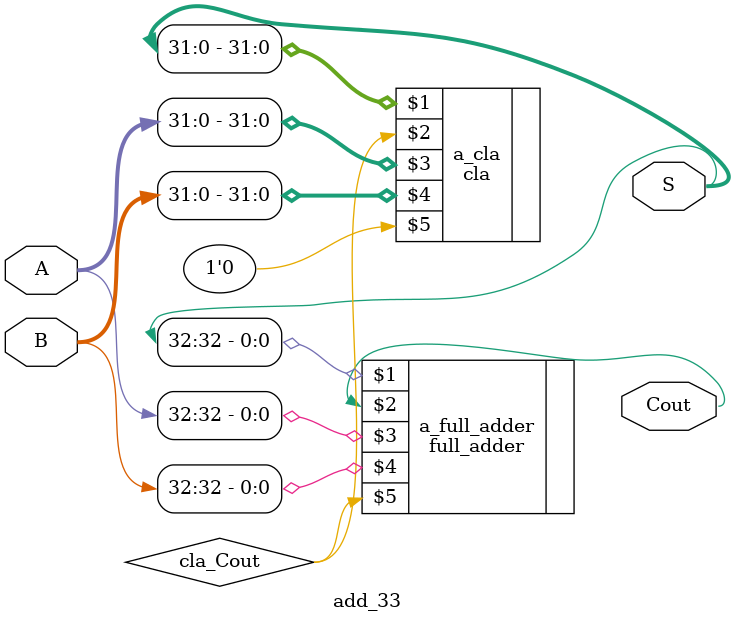
<source format=v>
module add_33(S, Cout, A, B);
    input[32:0] A, B;
    output[32:0] S;
    output Cout;

    wire cla_Cout;

    cla a_cla(S[31:0], cla_Cout, A[31:0], B[31:0], 1'b0);
    full_adder a_full_adder(S[32], Cout, A[32], B[32], cla_Cout);

endmodule
</source>
